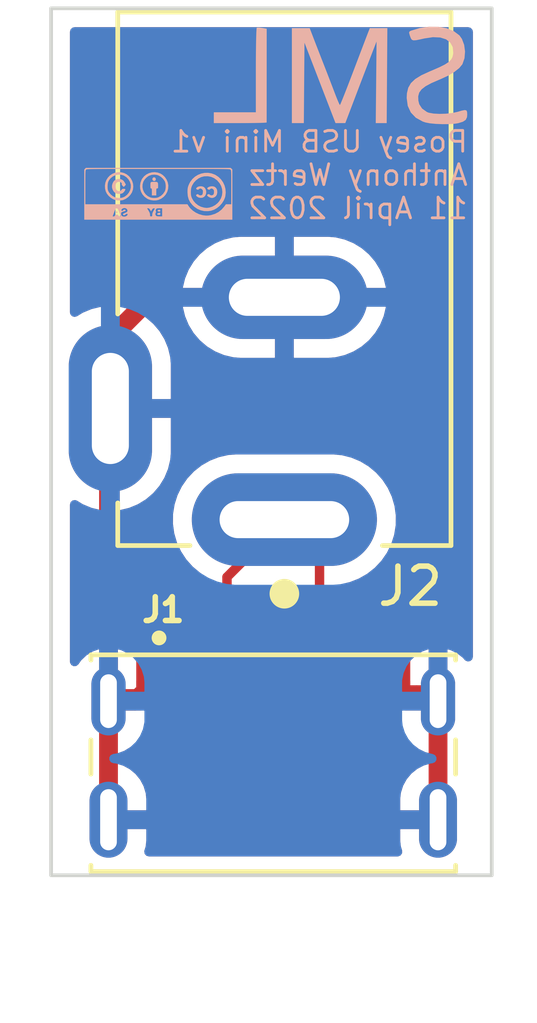
<source format=kicad_pcb>
(kicad_pcb (version 20211014) (generator pcbnew)
  (layers (0 "F.Cu" signal) (31 "B.Cu" signal) (34 "B.Paste" user) (35 "F.Paste" user) (36 "B.SilkS" user "B.Silkscreen") (37 "F.SilkS" user "F.Silkscreen") (38 "B.Mask" user) (39 "F.Mask" user) (44 "Edge.Cuts" user))
  (net 0 "")
  (net 1 "5V")
  (net 2 "GND")
  (footprint "posey:TE_2305018-2_USBC_Recepticle" (layer "F.Cu") (at 136 113)
    (fp_text reference "J1" (at -2.973105 -5.666129) (layer "F.SilkS") (effects (font (size 0.641101 0.641101))))
    (fp_text value "USB-C Recp TE-2305018-2")
    (fp_line (start -4.925 1.4) (end -4.925 1.23125) (layer "F.SilkS") (width 0.127))
    (fp_line (start -4.925 -4.45) (end 4.925 -4.45) (layer "F.SilkS") (width 0.127))
    (fp_line (start -4.925 -1.23125) (end -4.925 -2.15469) (layer "F.SilkS") (width 0.127))
    (fp_line (start 4.925 1.4) (end -4.925 1.4) (layer "F.SilkS") (width 0.127))
    (fp_line (start 4.925 -4.30938) (end 4.925 -4.45) (layer "F.SilkS") (width 0.127))
    (fp_line (start 4.925 1.4) (end 4.925 1.23125) (layer "F.SilkS") (width 0.127))
    (fp_line (start -4.925 -4.30938) (end -4.925 -4.45) (layer "F.SilkS") (width 0.127))
    (fp_line (start 4.925 -1.23125) (end 4.925 -2.15469) (layer "F.SilkS") (width 0.127))
    (fp_circle (center -3.085 -4.907) (end -2.985 -4.907) (layer "F.SilkS") (width 0.2) (fill none))
    (pad "A1" smd rect (at -3.05 -3.375) (size 0.25 0.75) (layers "F.Cu" "F.Paste" "F.Mask") (net 2 "GND"))
    (pad "A2" smd rect (at -2.25 -3.375) (size 0.25 0.75) (layers "F.Cu" "F.Paste" "F.Mask"))
    (pad "A3" smd rect (at -1.75 -3.375) (size 0.25 0.75) (layers "F.Cu" "F.Paste" "F.Mask"))
    (pad "A4" smd rect (at -1.25 -3.375) (size 0.25 0.75) (layers "F.Cu" "F.Paste" "F.Mask") (net 1 "5V"))
    (pad "A5" smd rect (at -0.75 -3.375) (size 0.25 0.75) (layers "F.Cu" "F.Paste" "F.Mask"))
    (pad "A6" smd rect (at -0.25 -3.375) (size 0.25 0.75) (layers "F.Cu" "F.Paste" "F.Mask"))
    (pad "A7" smd rect (at 0.25 -3.375) (size 0.25 0.75) (layers "F.Cu" "F.Paste" "F.Mask"))
    (pad "A8" smd rect (at 0.75 -3.375) (size 0.25 0.75) (layers "F.Cu" "F.Paste" "F.Mask"))
    (pad "A9" smd rect (at 1.25 -3.375) (size 0.25 0.75) (layers "F.Cu" "F.Paste" "F.Mask") (net 1 "5V"))
    (pad "A10" smd rect (at 1.75 -3.375) (size 0.25 0.75) (layers "F.Cu" "F.Paste" "F.Mask"))
    (pad "A11" smd rect (at 2.25 -3.375) (size 0.25 0.75) (layers "F.Cu" "F.Paste" "F.Mask"))
    (pad "A12" smd rect (at 3.05 -3.375) (size 0.25 0.75) (layers "F.Cu" "F.Paste" "F.Mask") (net 2 "GND"))
    (pad "B1" smd rect (at 3 -2.125) (size 0.25 0.75) (layers "F.Cu" "F.Paste" "F.Mask") (net 2 "GND"))
    (pad "B2" smd rect (at 2.5 -2.125) (size 0.25 0.75) (layers "F.Cu" "F.Paste" "F.Mask"))
    (pad "B3" smd rect (at 2 -2.125) (size 0.25 0.75) (layers "F.Cu" "F.Paste" "F.Mask"))
    (pad "B4" smd rect (at 1.5 -2.125) (size 0.25 0.75) (layers "F.Cu" "F.Paste" "F.Mask") (net 1 "5V"))
    (pad "B5" smd rect (at 1 -2.125) (size 0.25 0.75) (layers "F.Cu" "F.Paste" "F.Mask"))
    (pad "B6" smd rect (at 0.5 -2.125) (size 0.25 0.75) (layers "F.Cu" "F.Paste" "F.Mask"))
    (pad "B7" smd rect (at -0.5 -2.125) (size 0.25 0.75) (layers "F.Cu" "F.Paste" "F.Mask"))
    (pad "B8" smd rect (at -1 -2.125) (size 0.25 0.75) (layers "F.Cu" "F.Paste" "F.Mask"))
    (pad "B9" smd rect (at -1.5 -2.125) (size 0.25 0.75) (layers "F.Cu" "F.Paste" "F.Mask") (net 1 "5V"))
    (pad "B10" smd rect (at -2 -2.125) (size 0.25 0.75) (layers "F.Cu" "F.Paste" "F.Mask"))
    (pad "B11" smd rect (at -2.5 -2.125) (size 0.25 0.75) (layers "F.Cu" "F.Paste" "F.Mask"))
    (pad "B12" smd rect (at -3 -2.125) (size 0.25 0.75) (layers "F.Cu" "F.Paste" "F.Mask") (net 2 "GND"))
    (pad "G1" smd rect (at -3.55 -3.375) (size 0.3 0.75) (layers "F.Cu" "F.Paste" "F.Mask") (net 2 "GND"))
    (pad "G2" smd rect (at 3.55 -3.375) (size 0.3 0.75) (layers "F.Cu" "F.Paste" "F.Mask") (net 2 "GND"))
    (pad "S1" thru_hole oval (at -4.45 0) (size 1.025 2.05) (drill oval 0.45 1.65) (layers *.Cu *.Mask) (net 2 "GND"))
    (pad "S2" thru_hole oval (at 4.45 0) (size 1.025 2.05) (drill oval 0.45 1.65) (layers *.Cu *.Mask) (net 2 "GND"))
    (pad "S3" thru_hole oval (at -4.45 -3.2) (size 0.925 1.85) (drill oval 0.45 1.45) (layers *.Cu *.Mask) (net 2 "GND"))
    (pad "S4" thru_hole oval (at 4.45 -3.2) (size 0.925 1.85) (drill oval 0.45 1.45) (layers *.Cu *.Mask) (net 2 "GND"))
  )
  (footprint "posey:CUI_PJ-002A" (layer "F.Cu") (at 136.3 104.9 90)
    (fp_text reference "J2" (at -1.8 3.4 180) (layer "F.SilkS") (effects (font (size 1.000827 1.000827))))
    (fp_text value "PJ-002A")
    (fp_line (start 5.55 -4.5) (end 13.7 -4.5) (layer "F.SilkS") (width 0.127))
    (fp_line (start 13.7 -4.5) (end 13.7 4.5) (layer "F.SilkS") (width 0.127))
    (fp_line (start -0.7 4.5) (end -0.7 2.65) (layer "F.SilkS") (width 0.127))
    (fp_line (start -0.7 -4.5) (end 0.45 -4.5) (layer "F.SilkS") (width 0.127))
    (fp_line (start 13.7 4.5) (end -0.7 4.5) (layer "F.SilkS") (width 0.127))
    (fp_line (start -0.7 -2.55) (end -0.7 -4.5) (layer "F.SilkS") (width 0.127))
    (fp_circle (center -2 0) (end -1.8 0) (layer "F.SilkS") (width 0.4) (fill none))
    (pad "1" thru_hole oval (at 0 0 90) (size 2.5 5) (drill oval 1 3.5) (layers *.Cu *.Mask) (net 1 "5V"))
    (pad "2" thru_hole oval (at 6 0 90) (size 2.25 4.5) (drill oval 1 3) (layers *.Cu *.Mask) (net 2 "GND"))
    (pad "3" thru_hole oval (at 3 -4.7 90) (size 4.5 2.25) (drill oval 3 1) (layers *.Cu *.Mask) (net 2 "GND"))
  )
  (footprint "posey:zgfx-sml-logo" (layer "B.Cu") (at 137.8 92.9 180)
    (fp_text reference "G***" hide)
    (fp_text value "LOGO" hide)
    (fp_poly (pts (xy -1.044514 1.265146) (xy -0.807673 1.265134) (xy -0.765629 1.159706) (xy -0.743759 1.103427) (xy -0.702124 0.994954) (xy -0.643959 0.842763) (xy -0.572495 0.655327) (xy -0.490967 0.44112) (xy -0.402605 0.208614) (xy -0.369902 0.122478) (xy -0.281748 -0.108442) (xy -0.200573 -0.318536) (xy -0.129291 -0.500464) (xy -0.070816 -0.646885) (xy -0.028062 -0.750456) (xy -0.003942 -0.803836) (xy 0 -0.809532) (xy 0.017282 -0.781228) (xy 0.051661 -0.704362) (xy 0.097864 -0.591272) (xy 0.141746 -0.477859) (xy 0.203381 -0.316111) (xy 0.279336 -0.118594) (xy 0.360123 0.090111) (xy 0.436258 0.28542) (xy 0.438817 0.291954) (xy 0.511394 0.477646) (xy 0.585997 0.669227) (xy 0.654356 0.845413) (xy 0.708197 0.984919) (xy 0.71303 0.99751) (xy 0.815699 1.265134) (xy 1.297573 1.265134) (xy 1.297573 -1.297573) (xy 0.974043 -1.297573) (xy 0.965502 -0.212977) (xy 0.95696 0.871619) (xy 0.1191 -1.297573) (xy -0.013439 -1.297476) (xy -0.145977 -1.297379) (xy -0.420787 -0.575701) (xy -0.509012 -0.34432) (xy -0.599546 -0.10743) (xy -0.686529 0.119681) (xy -0.764105 0.321723) (xy -0.826415 0.483407) (xy -0.842498 0.524963) (xy -0.9894 0.90395) (xy -0.978665 -0.196812) (xy -0.967929 -1.297573) (xy -1.263671 -1.297573) (xy -1.272512 -0.016208) (xy -1.281354 1.265157)) (layer "B.SilkS") (width 0) (fill solid))
    (fp_poly (pts (xy 2.240634 1.278099) (xy 2.246424 1.275945) (xy 2.252096 1.24123) (xy 2.257299 1.149111) (xy 2.261875 1.007062) (xy 2.265665 0.822557) (xy 2.268511 0.603072) (xy 2.270256 0.356079) (xy 2.270753 0.127843) (xy 2.270753 -1.005619) (xy 3.40613 -1.005619) (xy 3.40613 -1.297573) (xy 2.692465 -1.297573) (xy 2.485116 -1.296871) (xy 2.301416 -1.294905) (xy 2.150631 -1.291884) (xy 2.042027 -1.288021) (xy 1.984871 -1.283525) (xy 1.978404 -1.281354) (xy 1.978304 -1.246392) (xy 1.978187 -1.153648) (xy 1.97806 -1.010221) (xy 1.977927 -0.823207) (xy 1.977792 -0.599703) (xy 1.977661 -0.346808) (xy 1.977539 -0.071617) (xy 1.977514 -0.00811) (xy 1.977019 1.248914) (xy 2.099557 1.26975) (xy 2.184773 1.279738)) (layer "B.SilkS") (width 0) (fill solid))
    (fp_poly (pts (xy -2.154313 1.267313) (xy -1.927362 1.199199) (xy -1.880385 1.176331) (xy -1.867543 1.143138) (xy -1.884163 1.077913) (xy -1.894688 1.047449) (xy -1.917686 0.987169) (xy -1.944116 0.950454) (xy -1.98668 0.935352) (xy -2.058075 0.939916) (xy -2.171003 0.962195) (xy -2.283585 0.98775) (xy -2.513036 1.021625) (xy -2.708701 1.012671) (xy -2.865997 0.963424) (xy -2.980341 0.876421) (xy -3.047151 0.754198) (xy -3.061843 0.599294) (xy -3.057387 0.55944) (xy -3.038057 0.480804) (xy -2.999911 0.412707) (xy -2.934914 0.349276) (xy -2.835028 0.284636) (xy -2.692216 0.212913) (xy -2.498441 0.128234) (xy -2.426459 0.098307) (xy -2.201583 -0.004542) (xy -2.034271 -0.107219) (xy -1.917702 -0.217567) (xy -1.845057 -0.343425) (xy -1.809518 -0.492634) (xy -1.803075 -0.618448) (xy -1.831674 -0.832339) (xy -1.91458 -1.011267) (xy -2.050079 -1.152997) (xy -2.236459 -1.255298) (xy -2.310619 -1.280554) (xy -2.429552 -1.303701) (xy -2.590813 -1.319137) (xy -2.772256 -1.326376) (xy -2.951735 -1.324937) (xy -3.107103 -1.314333) (xy -3.195275 -1.299886) (xy -3.323388 -1.260268) (xy -3.398553 -1.210413) (xy -3.432695 -1.139024) (xy -3.43857 -1.069357) (xy -3.435168 -0.995494) (xy -3.416843 -0.955325) (xy -3.371418 -0.945339) (xy -3.286715 -0.962028) (xy -3.176833 -0.993932) (xy -3.031842 -1.025548) (xy -2.86281 -1.043878) (xy -2.688832 -1.048808) (xy -2.528999 -1.040224) (xy -2.402404 -1.018011) (xy -2.351776 -0.998862) (xy -2.219737 -0.905049) (xy -2.143166 -0.788105) (xy -2.118464 -0.689023) (xy -2.11479 -0.573498) (xy -2.141806 -0.474844) (xy -2.205869 -0.386922) (xy -2.313332 -0.303591) (xy -2.470553 -0.21871) (xy -2.683886 -0.126141) (xy -2.713298 -0.114329) (xy -2.915079 -0.021699) (xy -3.089218 0.08189) (xy -3.223966 0.188392) (xy -3.307577 0.289765) (xy -3.310096 0.294352) (xy -3.365207 0.453812) (xy -3.379775 0.634097) (xy -3.355966 0.814683) (xy -3.29595 0.975045) (xy -3.228163 1.070029) (xy -3.076688 1.183946) (xy -2.882058 1.261775) (xy -2.65578 1.302375) (xy -2.409362 1.304602)) (layer "B.SilkS") (width 0) (fill solid))
  )
  (footprint "posey:zgfx-cc-by-sa" (layer "B.Cu") (at 132.9 96.1 180)
    (fp_text reference "G***" hide)
    (fp_text value "LOGO" hide)
    (fp_poly (pts (xy 1.174948 0.562904) (xy 1.248044 0.532632) (xy 1.312126 0.488757) (xy 1.36564 0.4332) (xy 1.407032 0.367885) (xy 1.434749 0.294732) (xy 1.447235 0.215663) (xy 1.442938 0.132601) (xy 1.424674 0.059554) (xy 1.393568 -0.003195) (xy 1.346858 -0.062099) (xy 1.288791 -0.113268) (xy 1.223617 -0.152813) (xy 1.170587 -0.173085) (xy 1.107442 -0.184741) (xy 1.04027 -0.187028) (xy 0.977966 -0.179901) (xy 0.955711 -0.17419) (xy 0.885117 -0.142942) (xy 0.818888 -0.096495) (xy 0.761997 -0.039115) (xy 0.719418 0.024934) (xy 0.71634 0.031122) (xy 0.689135 0.108731) (xy 0.679993 0.187888) (xy 0.684014 0.229378) (xy 0.747672 0.229378) (xy 0.748837 0.158457) (xy 0.767558 0.088802) (xy 0.801657 0.023829) (xy 0.848956 -0.033041) (xy 0.907278 -0.078391) (xy 0.960055 -0.10395) (xy 1.013054 -0.115774) (xy 1.074655 -0.1177) (xy 1.136366 -0.109928) (xy 1.174808 -0.098927) (xy 1.236609 -0.066592) (xy 1.292842 -0.019999) (xy 1.337347 0.035429) (xy 1.3477 0.053367) (xy 1.361044 0.08155) (xy 1.369095 0.107887) (xy 1.373141 0.139109) (xy 1.37447 0.181945) (xy 1.374526 0.193552) (xy 1.37082 0.260855) (xy 1.357861 0.315521) (xy 1.333369 0.363499) (xy 1.295064 0.410737) (xy 1.288798 0.417293) (xy 1.230807 0.463703) (xy 1.163765 0.494989) (xy 1.09164 0.510423) (xy 1.0184 0.50928) (xy 0.948013 0.490832) (xy 0.930363 0.482962) (xy 0.865879 0.441056) (xy 0.812668 0.385518) (xy 0.773341 0.319974) (xy 0.75051 0.248048) (xy 0.747672 0.229378) (xy 0.684014 0.229378) (xy 0.687572 0.266091) (xy 0.710529 0.340837) (xy 0.747523 0.409623) (xy 0.797211 0.469944) (xy 0.858251 0.5193) (xy 0.929302 0.555185) (xy 1.007931 0.574952) (xy 1.094392 0.577651)) (layer "B.SilkS") (width 0) (fill solid))
    (fp_poly (pts (xy 1.139065 -0.483344) (xy 1.145892 -0.503732) (xy 1.147983 -0.520352) (xy 1.136581 -0.525779) (xy 1.128171 -0.526065) (xy 1.112498 -0.52471) (xy 1.108011 -0.516915) (xy 1.112528 -0.49709) (xy 1.114428 -0.490838) (xy 1.122676 -0.470213) (xy 1.130388 -0.46751)) (layer "B.SilkS") (width 0) (fill solid))
    (fp_poly (pts (xy 0.179567 0.572957) (xy 0.256513 0.5518) (xy 0.327456 0.516034) (xy 0.389392 0.466628) (xy 0.439319 0.404549) (xy 0.456728 0.373427) (xy 0.487391 0.290656) (xy 0.499506 0.207274) (xy 0.493885 0.125669) (xy 0.471338 0.048227) (xy 0.432676 -0.022662) (xy 0.378708 -0.084611) (xy 0.310245 -0.135232) (xy 0.278371 -0.152065) (xy 0.210649 -0.175345) (xy 0.135849 -0.186326) (xy 0.061472 -0.184443) (xy 0.005211 -0.172636) (xy -0.073931 -0.137576) (xy -0.141674 -0.087666) (xy -0.196402 -0.025264) (xy -0.236501 0.047272) (xy -0.260355 0.127587) (xy -0.263097 0.166789) (xy -0.194378 0.166789) (xy -0.187285 0.111008) (xy -0.172822 0.065928) (xy -0.170988 0.062312) (xy -0.123516 -0.007838) (xy -0.063927 -0.062469) (xy 0.007222 -0.101087) (xy 0.018683 -0.105406) (xy 0.062632 -0.115037) (xy 0.116226 -0.118161) (xy 0.170368 -0.114821) (xy 0.215963 -0.105056) (xy 0.217601 -0.10449) (xy 0.286788 -0.070352) (xy 0.344106 -0.022556) (xy 0.388293 0.036034) (xy 0.418082 0.102556) (xy 0.43221 0.174146) (xy 0.429411 0.247942) (xy 0.408421 0.32108) (xy 0.40702 0.32433) (xy 0.376105 0.375916) (xy 0.331726 0.425286) (xy 0.279887 0.466342) (xy 0.250801 0.482962) (xy 0.184088 0.505276) (xy 0.111639 0.51178) (xy 0.039786 0.502425) (xy -0.009926 0.484963) (xy -0.068799 0.448514) (xy -0.122076 0.399048) (xy -0.163445 0.342705) (xy -0.171342 0.327948) (xy -0.186416 0.282298) (xy -0.194091 0.226232) (xy -0.194378 0.166789) (xy -0.263097 0.166789) (xy -0.266351 0.213321) (xy -0.265844 0.223084) (xy -0.251195 0.302729) (xy -0.219214 0.378552) (xy -0.172395 0.446775) (xy -0.113232 0.503621) (xy -0.057256 0.539095) (xy 0.019679 0.567572) (xy 0.099621 0.578537)) (layer "B.SilkS") (width 0) (fill solid))
    (fp_poly (pts (xy -1.244456 0.558476) (xy -1.152978 0.5401) (xy -1.066271 0.506233) (xy -0.986831 0.457744) (xy -0.917155 0.395498) (xy -0.859737 0.320361) (xy -0.833885 0.273009) (xy -0.811527 0.223111) (xy -0.796715 0.180725) (xy -0.788016 0.139013) (xy -0.783997 0.091133) (xy -0.783222 0.031057) (xy -0.7914 -0.067573) (xy -0.815533 -0.155615) (xy -0.856628 -0.235194) (xy -0.915691 -0.308433) (xy -0.966388 -0.355493) (xy -1.049173 -0.41249) (xy -1.139719 -0.45162) (xy -1.23637 -0.472491) (xy -1.337464 -0.474709) (xy -1.419866 -0.46291) (xy -1.5015 -0.435726) (xy -1.579506 -0.391688) (xy -1.650942 -0.333784) (xy -1.712867 -0.264998) (xy -1.762338 -0.188318) (xy -1.796413 -0.106731) (xy -1.805478 -0.071473) (xy -1.816473 0.027435) (xy -1.815675 0.038018) (xy -1.724984 0.038018) (xy -1.715183 -0.045871) (xy -1.687758 -0.127289) (xy -1.64267 -0.203875) (xy -1.598046 -0.255913) (xy -1.531969 -0.309947) (xy -1.455695 -0.35126) (xy -1.374475 -0.377478) (xy -1.3102 -0.385959) (xy -1.286849 -0.384929) (xy -1.252719 -0.381191) (xy -1.226338 -0.37732) (xy -1.145022 -0.35435) (xy -1.068918 -0.314427) (xy -1.001069 -0.260305) (xy -0.94452 -0.194737) (xy -0.902312 -0.120476) (xy -0.883572 -0.06723) (xy -0.877106 -0.028014) (xy -0.874411 0.02351) (xy -0.875188 0.066939) (xy -0.878979 0.117244) (xy -0.886087 0.156528) (xy -0.898534 0.193579) (xy -0.910742 0.221256) (xy -0.953923 0.292708) (xy -1.010935 0.355415) (xy -1.078174 0.406698) (xy -1.152038 0.443876) (xy -1.228923 0.46427) (xy -1.239273 0.465584) (xy -1.334386 0.467473) (xy -1.42169 0.451187) (xy -1.501813 0.41652) (xy -1.575384 0.363265) (xy -1.58866 0.351041) (xy -1.648997 0.280889) (xy -1.691854 0.20376) (xy -1.717195 0.122016) (xy -1.724984 0.038018) (xy -1.815675 0.038018) (xy -1.809128 0.124806) (xy -1.784614 0.218225) (xy -1.7441 0.305278) (xy -1.688758 0.38355) (xy -1.619759 0.450628) (xy -1.538273 0.504096) (xy -1.522546 0.512004) (xy -1.431736 0.545295) (xy -1.338207 0.560497)) (layer "B.SilkS") (width 0) (fill solid))
    (fp_poly (pts (xy -0.020934 -0.518228) (xy -0.013211 -0.519452) (xy 0.01863 -0.529521) (xy 0.034706 -0.544183) (xy 0.03486 -0.559434) (xy 0.018933 -0.571266) (xy -0.010988 -0.575694) (xy -0.035987 -0.574469) (xy -0.046927 -0.567698) (xy -0.049583 -0.550739) (xy -0.049629 -0.544618) (xy -0.048382 -0.524446) (xy -0.040759 -0.516991)) (layer "B.SilkS") (width 0) (fill solid))
    (fp_poly (pts (xy 1.98342 0.67183) (xy 2.005002 0.648857) (xy 2.005002 -0.704729) (xy -1.995076 -0.704729) (xy -1.995076 -0.615397) (xy -0.099258 -0.615397) (xy -0.025524 -0.615397) (xy 0.020079 -0.613734) (xy 0.0491 -0.608408) (xy 0.063158 -0.600449) (xy 0.082706 -0.569975) (xy 0.083294 -0.538181) (xy 0.075298 -0.521014) (xy 0.06516 -0.49824) (xy 0.06938 -0.47579) (xy 0.07092 -0.472278) (xy 0.076882 -0.44963) (xy 0.069332 -0.428062) (xy 0.065696 -0.422251) (xy 0.055556 -0.409259) (xy 0.045352 -0.403176) (xy 0.099257 -0.403176) (xy 0.104047 -0.414165) (xy 0.116598 -0.437035) (xy 0.133997 -0.466511) (xy 0.155758 -0.50707) (xy 0.166419 -0.541166) (xy 0.168737 -0.569548) (xy 0.169543 -0.597478) (xy 0.174262 -0.610882) (xy 0.186351 -0.615082) (xy 0.198515 -0.615397) (xy 0.216851 -0.614094) (xy 0.225518 -0.606586) (xy 0.228129 -0.587476) (xy 0.228292 -0.570906) (xy 0.228693 -0.56687) (xy 0.833846 -0.56687) (xy 0.843367 -0.586164) (xy 0.864561 -0.605205) (xy 0.866022 -0.606138) (xy 0.903862 -0.620267) (xy 0.945076 -0.620842) (xy 0.97151 -0.61179) (xy 1.022352 -0.61179) (xy 1.03088 -0.614495) (xy 1.047412 -0.615397) (xy 1.070624 -0.608072) (xy 1.081907 -0.590582) (xy 1.091844 -0.573903) (xy 1.109105 -0.566885) (xy 1.130214 -0.565768) (xy 1.156433 -0.567713) (xy 1.169557 -0.575961) (xy 1.175314 -0.590582) (xy 1.185096 -0.609366) (xy 1.205517 -0.615311) (xy 1.209977 -0.615397) (xy 1.238412 -0.615397) (xy 1.197381 -0.505785) (xy 1.179743 -0.459237) (xy 1.166954 -0.428281) (xy 1.157032 -0.40987) (xy 1.147997 -0.400956) (xy 1.137866 -0.398494) (xy 1.127996 -0.399083) (xy 1.115056 -0.401713) (xy 1.104565 -0.408769) (xy 1.094421 -0.423578) (xy 1.082522 -0.449466) (xy 1.066765 -0.48976) (xy 1.060997 -0.505088) (xy 1.045478 -0.546793) (xy 1.032933 -0.581088) (xy 1.024777 -0.604065) (xy 1.022352 -0.61179) (xy 0.97151 -0.61179) (xy 0.981848 -0.60825) (xy 0.993345 -0.599811) (xy 1.007188 -0.577159) (xy 1.012178 -0.547802) (xy 1.007795 -0.520507) (xy 0.998814 -0.507273) (xy 0.981853 -0.498092) (xy 0.953447 -0.48703) (xy 0.934297 -0.480859) (xy 0.901379 -0.469526) (xy 0.886259 -0.459293) (xy 0.887151 -0.448017) (xy 0.897804 -0.437129) (xy 0.919383 -0.430121) (xy 0.942499 -0.436356) (xy 0.956606 -0.452) (xy 0.968987 -0.464425) (xy 0.986353 -0.465976) (xy 0.999885 -0.457383) (xy 1.002501 -0.448197) (xy 0.993388 -0.423961) (xy 0.969294 -0.4035) (xy 0.936225 -0.391219) (xy 0.90055 -0.391581) (xy 0.869676 -0.404889) (xy 0.847304 -0.427378) (xy 0.837137 -0.455279) (xy 0.842876 -0.484824) (xy 0.843354 -0.485737) (xy 0.858142 -0.499466) (xy 0.884933 -0.513968) (xy 0.903857 -0.521306) (xy 0.939175 -0.536464) (xy 0.958551 -0.552439) (xy 0.960622 -0.567662) (xy 0.951837 -0.576544) (xy 0.927598 -0.584844) (xy 0.904448 -0.575614) (xy 0.893317 -0.565768) (xy 0.87171 -0.550897) (xy 0.853614 -0.545917) (xy 0.836946 -0.551921) (xy 0.833846 -0.56687) (xy 0.228693 -0.56687) (xy 0.231336 -0.540234) (xy 0.242058 -0.508813) (xy 0.262844 -0.470064) (xy 0.267888 -0.461722) (xy 0.307484 -0.39703) (xy 0.278822 -0.39703) (xy 0.258354 -0.400704) (xy 0.241576 -0.41469) (xy 0.225659 -0.438516) (xy 0.201159 -0.480002) (xy 0.177504 -0.438592) (xy 0.15951 -0.411817) (xy 0.142464 -0.399494) (xy 0.126553 -0.397107) (xy 0.10673 -0.398983) (xy 0.099257 -0.403176) (xy 0.045352 -0.403176) (xy 0.042874 -0.401699) (xy 0.022432 -0.398119) (xy -0.010989 -0.397069) (xy -0.025043 -0.39703) (xy -0.099258 -0.39703) (xy -0.099258 -0.615397) (xy -1.995076 -0.615397) (xy -1.995076 -0.287847) (xy -1.965299 -0.287847) (xy -1.821376 -0.287847) (xy -1.773942 -0.351934) (xy -1.701995 -0.433541) (xy -1.619095 -0.498633) (xy -1.525006 -0.547359) (xy -1.419491 -0.579872) (xy -1.41442 -0.580966) (xy -1.346449 -0.5918) (xy -1.282234 -0.593375) (xy -1.212659 -0.585695) (xy -1.186261 -0.580993) (xy -1.094893 -0.554891) (xy -1.007064 -0.51349) (xy -0.926877 -0.459468) (xy -0.858431 -0.395508) (xy -0.81407 -0.337723) (xy -0.782065 -0.287847) (xy 1.975224 -0.287847) (xy 1.975224 0.168738) (xy 1.975199 0.275837) (xy 1.975073 0.36485) (xy 1.974774 0.43754) (xy 1.974227 0.495671) (xy 1.97336 0.541009) (xy 1.972099 0.575318) (xy 1.97037 0.600361) (xy 1.9681 0.617904) (xy 1.965215 0.629711) (xy 1.961642 0.637547) (xy 1.957307 0.643175) (xy 1.955373 0.645174) (xy 1.952802 0.647539) (xy 1.949467 0.649708) (xy 1.944538 0.65169) (xy 1.937183 0.653493) (xy 1.926574 0.655126) (xy 1.91188 0.656597) (xy 1.89227 0.657914) (xy 1.866914 0.659087) (xy 1.834981 0.660123) (xy 1.795643 0.661031) (xy 1.748067 0.661819) (xy 1.691425 0.662496) (xy 1.624885 0.663071) (xy 1.547617 0.663551) (xy 1.458792 0.663945) (xy 1.357578 0.664262) (xy 1.243146 0.66451) (xy 1.114665 0.664697) (xy 0.971305 0.664833) (xy 0.812236 0.664925) (xy 0.636626 0.664981) (xy 0.443647 0.665011) (xy 0.232468 0.665023) (xy 0.004963 0.665025) (xy -0.225028 0.665023) (xy -0.435998 0.665011) (xy -0.628777 0.664981) (xy -0.804195 0.664924) (xy -0.963082 0.664831) (xy -1.10627 0.664695) (xy -1.234588 0.664507) (xy -1.348867 0.664259) (xy -1.449936 0.663941) (xy -1.538626 0.663546) (xy -1.615768 0.663065) (xy -1.682192 0.662489) (xy -1.738728 0.661811) (xy -1.786206 0.661021) (xy -1.825456 0.660112) (xy -1.857309 0.659075) (xy -1.882596 0.6579) (xy -1.902146 0.656581) (xy -1.91679 0.655108) (xy -1.927358 0.653474) (xy -1.93468 0.651669) (xy -1.939587 0.649684) (xy -1.942909 0.647513) (xy -1.945448 0.645174) (xy -1.950103 0.639931) (xy -1.953968 0.633176) (xy -1.957115 0.623145) (xy -1.959619 0.608073) (xy -1.961552 0.586196) (xy -1.962989 0.55575) (xy -1.964003 0.51497) (xy -1.964667 0.462091) (xy -1.965055 0.39535) (xy -1.96524 0.312981) (xy -1.965296 0.213221) (xy -1.965299 0.168738) (xy -1.965299 -0.287847) (xy -1.995076 -0.287847) (xy -1.995076 0.651639) (xy -1.972104 0.673221) (xy -1.949131 0.694802) (xy 1.961838 0.694802)) (layer "B.SilkS") (width 0) (fill solid))
    (fp_poly (pts (xy 0.156523 0.31734) (xy 0.187922 0.314491) (xy 0.206363 0.306083) (xy 0.215288 0.28912) (xy 0.218142 0.260607) (xy 0.218366 0.222267) (xy 0.217988 0.181553) (xy 0.216232 0.156781) (xy 0.212169 0.144046) (xy 0.204868 0.139443) (xy 0.198515 0.13896) (xy 0.189288 0.137536) (xy 0.183465 0.13081) (xy 0.18027 0.115098) (xy 0.178928 0.086719) (xy 0.178663 0.044666) (xy 0.178663 -0.049629) (xy 0.059554 -0.049629) (xy 0.059554 0.044666) (xy 0.059382 0.088349) (xy 0.058213 0.115899) (xy 0.055068 0.131035) (xy 0.048969 0.137475) (xy 0.038937 0.138937) (xy 0.03474 0.13896) (xy 0.021822 0.139969) (xy 0.014405 0.145865) (xy 0.010964 0.160955) (xy 0.009976 0.189545) (xy 0.009925 0.209093) (xy 0.010923 0.25664) (xy 0.016008 0.287805) (xy 0.028318 0.306033) (xy 0.050989 0.314771) (xy 0.087158 0.317465) (xy 0.10872 0.317624)) (layer "B.SilkS") (width 0) (fill solid))
    (fp_poly (pts (xy -1.111074 0.196961) (xy -1.068222 0.185496) (xy -1.052199 0.176702) (xy -1.024188 0.153293) (xy -1.015412 0.133854) (xy -1.025775 0.117831) (xy -1.040894 0.109726) (xy -1.06343 0.10288) (xy -1.079296 0.10785) (xy -1.090982 0.118257) (xy -1.119063 0.136216) (xy -1.148007 0.134459) (xy -1.177823 0.113428) (xy -1.192567 0.096218) (xy -1.19936 0.078336) (xy -1.200138 0.052301) (xy -1.198764 0.032534) (xy -1.192448 -0.007692) (xy -1.181053 -0.031406) (xy -1.175846 -0.036228) (xy -1.144834 -0.048327) (xy -1.111218 -0.045828) (xy -1.083664 -0.029376) (xy -1.083657 -0.029369) (xy -1.067081 -0.015809) (xy -1.049911 -0.016423) (xy -1.038605 -0.021037) (xy -1.017575 -0.03505) (xy -1.014866 -0.051369) (xy -1.030336 -0.072741) (xy -1.035652 -0.077913) (xy -1.077071 -0.104074) (xy -1.127572 -0.116265) (xy -1.180855 -0.113066) (xy -1.186128 -0.111836) (xy -1.228765 -0.091946) (xy -1.260778 -0.058789) (xy -1.281457 -0.016298) (xy -1.290092 0.031595) (xy -1.285973 0.080958) (xy -1.26839 0.127859) (xy -1.236715 0.168288) (xy -1.202524 0.188029) (xy -1.158243 0.197696)) (layer "B.SilkS") (width 0) (fill solid))
    (fp_poly (pts (xy 0.010788 -0.441552) (xy 0.02415 -0.453811) (xy 0.021305 -0.470213) (xy 0.01709 -0.475227) (xy -0.000549 -0.483533) (xy -0.021837 -0.486362) (xy -0.042188 -0.483217) (xy -0.049208 -0.47021) (xy -0.049629 -0.461548) (xy -0.046921 -0.444578) (xy -0.034872 -0.437775) (xy -0.015951 -0.436733)) (layer "B.SilkS") (width 0) (fill solid))
    (fp_poly (pts (xy -1.400265 0.193304) (xy -1.360001 0.180718) (xy -1.329728 0.161103) (xy -1.319615 0.147933) (xy -1.316105 0.13383) (xy -1.32608 0.122193) (xy -1.340823 0.113708) (xy -1.362687 0.103883) (xy -1.376827 0.104824) (xy -1.392704 0.117359) (xy -1.39374 0.11833) (xy -1.419126 0.135653) (xy -1.443593 0.135708) (xy -1.472493 0.118501) (xy -1.472636 0.118388) (xy -1.488301 0.103144) (xy -1.496141 0.084742) (xy -1.498682 0.055991) (xy -1.498789 0.043945) (xy -1.496405 0.006401) (xy -1.488116 -0.018068) (xy -1.478937 -0.029777) (xy -1.449455 -0.046681) (xy -1.415964 -0.046713) (xy -1.384825 -0.029929) (xy -1.383738 -0.028927) (xy -1.365369 -0.015247) (xy -1.348977 -0.01555) (xy -1.338432 -0.020346) (xy -1.318064 -0.031526) (xy -1.311813 -0.039991) (xy -1.316442 -0.052669) (xy -1.320122 -0.059548) (xy -1.338953 -0.079266) (xy -1.370234 -0.098023) (xy -1.406722 -0.112355) (xy -1.441172 -0.118799) (xy -1.444197 -0.118876) (xy -1.473469 -0.114419) (xy -1.505322 -0.103269) (xy -1.508517 -0.101724) (xy -1.550017 -0.071453) (xy -1.576142 -0.029563) (xy -1.587461 0.024985) (xy -1.588055 0.043652) (xy -1.58261 0.097794) (xy -1.565023 0.139117) (xy -1.533216 0.171912) (xy -1.522201 0.179677) (xy -1.487246 0.193705) (xy -1.44464 0.19794)) (layer "B.SilkS") (width 0) (fill solid))
    (fp_poly (pts (xy 1.142841 0.381726) (xy 1.189523 0.353637) (xy 1.194264 0.349504) (xy 1.219455 0.317458) (xy 1.240794 0.273309) (xy 1.254601 0.224803) (xy 1.255229 0.221214) (xy 1.25581 0.165821) (xy 1.241227 0.111055) (xy 1.214014 0.061699) (xy 1.176707 0.022539) (xy 1.138334 0.000609) (xy 1.09659 -0.008378) (xy 1.04782 -0.009123) (xy 1.001248 -0.002065) (xy 0.972569 0.008477) (xy 0.947789 0.027585) (xy 0.92316 0.055749) (xy 0.903545 0.086315) (xy 0.893812 0.11263) (xy 0.893481 0.116627) (xy 0.902819 0.12528) (xy 0.930513 0.128928) (xy 0.938196 0.129035) (xy 0.967523 0.127308) (xy 0.983933 0.120151) (xy 0.99421 0.104594) (xy 0.99425 0.104507) (xy 1.014762 0.081007) (xy 1.046269 0.067018) (xy 1.08112 0.065231) (xy 1.095361 0.068935) (xy 1.128995 0.091811) (xy 1.150485 0.129509) (xy 1.159204 0.180679) (xy 1.15892 0.205639) (xy 1.154787 0.245327) (xy 1.146426 0.272058) (xy 1.131837 0.292489) (xy 1.102884 0.311537) (xy 1.068415 0.317687) (xy 1.034225 0.311926) (xy 1.006109 0.295241) (xy 0.989863 0.268618) (xy 0.989778 0.268299) (xy 0.989854 0.252236) (xy 0.995451 0.248144) (xy 0.995661 0.241944) (xy 0.984249 0.22608) (xy 0.972693 0.213373) (xy 0.938992 0.178602) (xy 0.906978 0.209631) (xy 0.886412 0.233583) (xy 0.882955 0.249292) (xy 0.884537 0.251846) (xy 0.894339 0.266937) (xy 0.908433 0.292645) (xy 0.916046 0.307698) (xy 0.946538 0.348999) (xy 0.988659 0.377682) (xy 1.038214 0.393118) (xy 1.091006 0.394676)) (layer "B.SilkS") (width 0) (fill solid))
    (fp_poly (pts (xy 0.142761 0.433119) (xy 0.159375 0.415067) (xy 0.166212 0.390998) (xy 0.159725 0.365516) (xy 0.153108 0.356508) (xy 0.127499 0.339479) (xy 0.099516 0.342146) (xy 0.085414 0.350372) (xy 0.072584 0.370517) (xy 0.072191 0.397227) (xy 0.083348 0.422356) (xy 0.094387 0.43275) (xy 0.119916 0.440549)) (layer "B.SilkS") (width 0) (fill solid))
  )
  (gr_rect (start 130 91.1) (end 141.9 114.5) (layer "Edge.Cuts") (width 0.1) (fill none))
  (gr_text "Posey USB Mini v1\nAnthony Wertz\n11 April 2022" (at 141.3 95.600012) (layer "B.SilkS") (effects (font (size 0.5588 0.5588) (thickness 0.0762)) (justify left mirror)))
  (segment (start 134.75 106.45) (end 136.3 104.9) (width 0.254) (layer "F.Cu") (net 1))
  (segment (start 137.5 110.504) (end 137.5 110.875) (width 0.254) (layer "F.Cu") (net 1))
  (segment (start 137.25 110.254) (end 137.5 110.504) (width 0.254) (layer "F.Cu") (net 1))
  (segment (start 137.25 109.625) (end 137.25 105.85) (width 0.254) (layer "F.Cu") (net 1))
  (segment (start 134.75 109.625) (end 134.75 106.45) (width 0.254) (layer "F.Cu") (net 1))
  (segment (start 137.25 109.625) (end 137.25 110.254) (width 0.254) (layer "F.Cu") (net 1))
  (segment (start 134.5 110.246) (end 134.75 109.996) (width 0.254) (layer "F.Cu") (net 1))
  (segment (start 134.5 110.875) (end 134.5 110.246) (width 0.254) (layer "F.Cu") (net 1))
  (segment (start 134.75 109.996) (end 134.75 109.625) (width 0.254) (layer "F.Cu") (net 1))
  (segment (start 137.25 105.85) (end 136.3 104.9) (width 0.254) (layer "F.Cu") (net 1))
  (segment (start 132.275 109.8) (end 132.45 109.625) (width 0.508) (layer "F.Cu") (net 2))
  (segment (start 139.05 109.625) (end 139.875 109.625) (width 0.254) (layer "F.Cu") (net 2))
  (segment (start 132.45 109.625) (end 132.95 109.625) (width 0.254) (layer "F.Cu") (net 2))
  (segment (start 140.275 109.625) (end 140.45 109.8) (width 0.508) (layer "F.Cu") (net 2))
  (segment (start 139 109.675) (end 139.05 109.625) (width 0.254) (layer "F.Cu") (net 2))
  (segment (start 131.6 100) (end 132.7 98.9) (width 0.508) (layer "F.Cu") (net 2))
  (segment (start 140.45 113) (end 140.45 109.8) (width 0.508) (layer "F.Cu") (net 2))
  (segment (start 132.7 98.9) (end 136.3 98.9) (width 0.508) (layer "F.Cu") (net 2))
  (segment (start 131.55 113) (end 140.45 113) (width 0.508) (layer "F.Cu") (net 2))
  (segment (start 131.55 113) (end 131.55 109.8) (width 0.508) (layer "F.Cu") (net 2))
  (segment (start 131.55 101.95) (end 131.6 101.9) (width 0.508) (layer "F.Cu") (net 2))
  (segment (start 131.55 109.8) (end 132.275 109.8) (width 0.508) (layer "F.Cu") (net 2))
  (segment (start 139.875 109.625) (end 140.275 109.625) (width 0.508) (layer "F.Cu") (net 2))
  (segment (start 139.55 109.625) (end 139.875 109.625) (width 0.508) (layer "F.Cu") (net 2))
  (segment (start 139 110.875) (end 139 109.675) (width 0.254) (layer "F.Cu") (net 2))
  (segment (start 131.55 109.8) (end 131.55 101.95) (width 0.508) (layer "F.Cu") (net 2))
  (segment (start 131.6 101.9) (end 131.6 100) (width 0.508) (layer "F.Cu") (net 2))
  (segment (start 133 110.875) (end 133 109.675) (width 0.254) (layer "F.Cu") (net 2))
  (segment (start 133 109.675) (end 132.95 109.625) (width 0.254) (layer "F.Cu") (net 2))
  (zone (net 2) (net_name "GND") (layers F&B.Cu) (connect_pads (clearance 0.508)) (min_thickness 0.254) (fill yes (thermal_gap 0.508) (thermal_bridge_width 0.508))
    (polygon (pts (xy 141.9 114.4) (xy 130 114.4) (xy 130 91.2) (xy 130.05 91.175) (xy 141.9 91.1)))
  )
)
</source>
